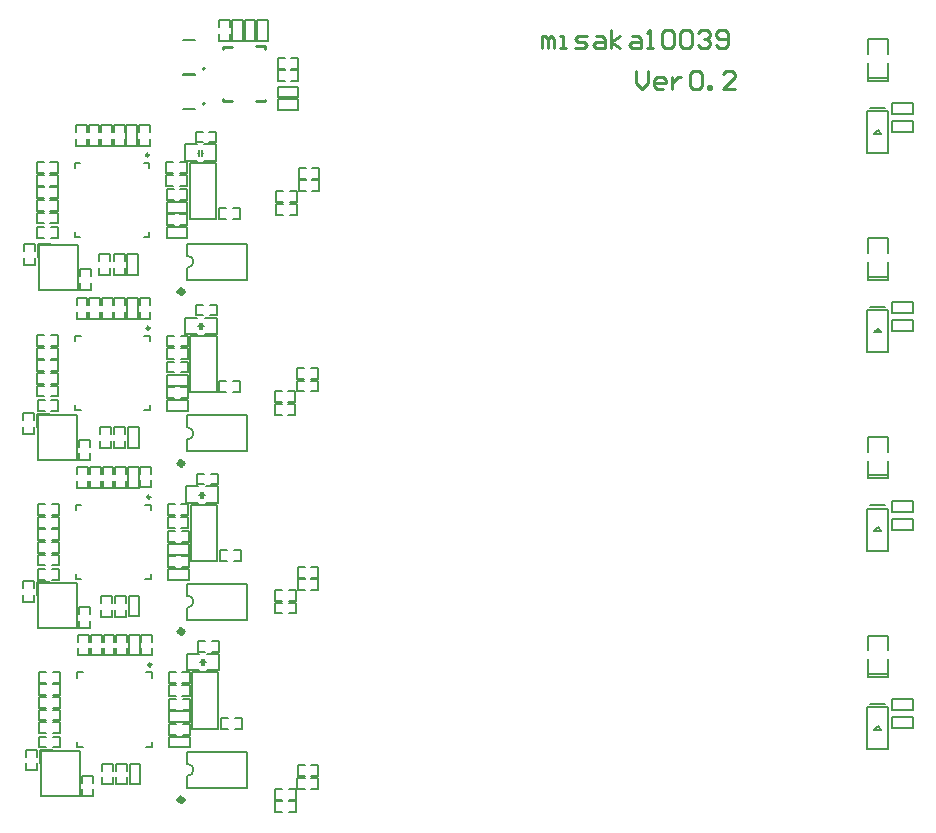
<source format=gto>
G04*
G04 #@! TF.GenerationSoftware,Altium Limited,Altium Designer,24.0.1 (36)*
G04*
G04 Layer_Color=65535*
%FSLAX44Y44*%
%MOMM*%
G71*
G04*
G04 #@! TF.SameCoordinates,6F16000C-B149-46FA-B592-FBC60BD1AF14*
G04*
G04*
G04 #@! TF.FilePolarity,Positive*
G04*
G01*
G75*
%ADD10C,0.2032*%
%ADD11C,0.5000*%
%ADD12C,0.2500*%
%ADD13C,0.2000*%
%ADD14C,0.2540*%
%ADD15C,0.1524*%
%ADD16C,0.1500*%
%ADD17C,0.1270*%
D10*
X162452Y466852D02*
G03*
X157372Y471932I-5080J0D01*
G01*
X157372Y461772D02*
G03*
X162452Y466852I0J5080D01*
G01*
X162452Y179070D02*
G03*
X157372Y184150I-5080J0D01*
G01*
X157372Y173990D02*
G03*
X162452Y179070I0J5080D01*
G01*
X162452Y321564D02*
G03*
X157372Y326644I-5080J0D01*
G01*
X157372Y316484D02*
G03*
X162452Y321564I0J5080D01*
G01*
X162452Y36684D02*
G03*
X157372Y41764I-5080J0D01*
G01*
X157372Y31604D02*
G03*
X162452Y36684I0J5080D01*
G01*
X157372Y471932D02*
Y482092D01*
Y451612D02*
Y461772D01*
Y184150D02*
Y194310D01*
Y163830D02*
Y173990D01*
Y326644D02*
Y336804D01*
Y306324D02*
Y316484D01*
Y41764D02*
Y51924D01*
Y21444D02*
Y31604D01*
X159766Y404114D02*
X182118D01*
X159766Y356362D02*
X182118D01*
Y404114D01*
X159766Y356362D02*
Y404114D01*
X159258Y502920D02*
Y550672D01*
X181610Y502920D02*
Y550672D01*
X159258Y502920D02*
X181610D01*
X159258Y550672D02*
X181610D01*
X160412Y213360D02*
Y261112D01*
X182764Y213360D02*
Y261112D01*
X160412Y213360D02*
X182764D01*
X160412Y261112D02*
X182764D01*
X735584Y92692D02*
X748284D01*
X732536Y54085D02*
X750824D01*
X732536D02*
Y89645D01*
X750824D01*
Y54085D02*
Y89645D01*
X735584Y260722D02*
X748284D01*
X732536Y222115D02*
X750824D01*
X732536D02*
Y257675D01*
X750824D01*
Y222115D02*
Y257675D01*
X735584Y428952D02*
X748284D01*
X732536Y390345D02*
X750824D01*
X732536D02*
Y425905D01*
X750824D01*
Y390345D02*
Y425905D01*
X735584Y597182D02*
X748284D01*
X732536Y558575D02*
X750824D01*
X732536D02*
Y594135D01*
X750824D01*
Y558575D02*
Y594135D01*
X733180Y137928D02*
Y150368D01*
Y115118D02*
Y130308D01*
X750180Y115118D02*
Y130308D01*
Y137928D02*
Y150368D01*
X733180D02*
X750180D01*
X733180Y115118D02*
X750180D01*
X733180Y117868D02*
X749930D01*
X733180Y306158D02*
Y318598D01*
Y283348D02*
Y298538D01*
X750180Y283348D02*
Y298538D01*
Y306158D02*
Y318598D01*
X733180D02*
X750180D01*
X733180Y283348D02*
X750180D01*
X733180Y286098D02*
X749930D01*
X733180Y474388D02*
Y486828D01*
Y451578D02*
Y466768D01*
X750180Y451578D02*
Y466768D01*
Y474388D02*
Y486828D01*
X733180D02*
X750180D01*
X733180Y451578D02*
X750180D01*
X733180Y454328D02*
X749930D01*
X733180Y642620D02*
Y655060D01*
Y619810D02*
Y635000D01*
X750180Y619810D02*
Y635000D01*
Y642620D02*
Y655060D01*
X733180D02*
X750180D01*
X733180Y619810D02*
X750180D01*
X733180Y622560D02*
X749930D01*
X161290Y119126D02*
X183642D01*
X161290Y71374D02*
X183642D01*
Y119126D01*
X161290Y71374D02*
Y119126D01*
D11*
X153437Y441452D02*
G03*
X153437Y441452I-1545J0D01*
G01*
Y153670D02*
G03*
X153437Y153670I-1545J0D01*
G01*
Y296164D02*
G03*
X153437Y296164I-1545J0D01*
G01*
Y11284D02*
G03*
X153437Y11284I-1545J0D01*
G01*
D12*
X125230Y410618D02*
G03*
X125230Y410618I-1250J0D01*
G01*
X124722Y557176D02*
G03*
X124722Y557176I-1250J0D01*
G01*
X126754Y125630D02*
G03*
X126754Y125630I-1250J0D01*
G01*
X125876Y267616D02*
G03*
X125876Y267616I-1250J0D01*
G01*
D13*
X172107Y600696D02*
G03*
X172107Y600696I-1000J0D01*
G01*
Y630428D02*
G03*
X172107Y630428I-1000J0D01*
G01*
X207372Y451612D02*
Y482092D01*
X157372D02*
X207372D01*
X157372Y451612D02*
X207372D01*
Y163830D02*
Y194310D01*
X157372D02*
X207372D01*
X157372Y163830D02*
X207372D01*
Y306324D02*
Y336804D01*
X157372D02*
X207372D01*
X157372Y306324D02*
X207372D01*
Y21444D02*
Y51924D01*
X157372D02*
X207372D01*
X157372Y21444D02*
X207372D01*
X62480Y341118D02*
X66980D01*
X62480D02*
Y345618D01*
Y399618D02*
Y404118D01*
X66980D01*
X125480Y341118D02*
Y345618D01*
X120980Y341118D02*
X125480D01*
X120980Y404118D02*
X125480D01*
Y399618D02*
Y404118D01*
X120472Y550676D02*
X124972D01*
Y546176D02*
Y550676D01*
Y487676D02*
Y492176D01*
X120472Y487676D02*
X124972D01*
X61972D02*
X66472D01*
X61972D02*
Y492176D01*
Y550676D02*
X66472D01*
X61972Y546176D02*
Y550676D01*
X122504Y119130D02*
X127004D01*
Y114630D02*
Y119130D01*
Y56130D02*
Y60630D01*
X122504Y56130D02*
X127004D01*
X64004D02*
X68504D01*
X64004D02*
Y60630D01*
Y119130D02*
X68504D01*
X64004Y114630D02*
Y119130D01*
X121626Y261116D02*
X126126D01*
Y256616D02*
Y261116D01*
Y198116D02*
Y202616D01*
X121626Y198116D02*
X126126D01*
X63126D02*
X67626D01*
X63126D02*
Y202616D01*
Y261116D02*
X67626D01*
X63126Y256616D02*
Y261116D01*
X32512Y53594D02*
X43688D01*
X32258Y42164D02*
Y53594D01*
X30226Y196088D02*
X41402D01*
X29972Y184658D02*
Y196088D01*
Y338328D02*
X41148D01*
X29718Y326898D02*
Y338328D01*
X30734Y482092D02*
X41910D01*
X30480Y470662D02*
Y482092D01*
D14*
X215138Y649732D02*
X222758D01*
Y647192D02*
Y649732D01*
X215138Y602742D02*
X222758D01*
Y604012D01*
X187198Y602742D02*
X194818D01*
X187198D02*
Y604289D01*
Y648462D02*
X194818D01*
X187198Y647192D02*
Y648462D01*
X536956Y628137D02*
Y617980D01*
X542034Y612902D01*
X547113Y617980D01*
Y628137D01*
X559809Y612902D02*
X554730D01*
X552191Y615441D01*
Y620519D01*
X554730Y623059D01*
X559809D01*
X562348Y620519D01*
Y617980D01*
X552191D01*
X567426Y623059D02*
Y612902D01*
Y617980D01*
X569965Y620519D01*
X572505Y623059D01*
X575044D01*
X582661Y625598D02*
X585200Y628137D01*
X590279D01*
X592818Y625598D01*
Y615441D01*
X590279Y612902D01*
X585200D01*
X582661Y615441D01*
Y625598D01*
X597896Y612902D02*
Y615441D01*
X600435D01*
Y612902D01*
X597896D01*
X620749D02*
X610592D01*
X620749Y623059D01*
Y625598D01*
X618210Y628137D01*
X613131D01*
X610592Y625598D01*
X457962Y647700D02*
Y657857D01*
X460501D01*
X463040Y655318D01*
Y647700D01*
Y655318D01*
X465579Y657857D01*
X468119Y655318D01*
Y647700D01*
X473197D02*
X478275D01*
X475736D01*
Y657857D01*
X473197D01*
X485893Y647700D02*
X493511D01*
X496050Y650239D01*
X493511Y652778D01*
X488432D01*
X485893Y655318D01*
X488432Y657857D01*
X496050D01*
X503667D02*
X508746D01*
X511285Y655318D01*
Y647700D01*
X503667D01*
X501128Y650239D01*
X503667Y652778D01*
X511285D01*
X516363Y647700D02*
Y662935D01*
Y652778D02*
X523981Y657857D01*
X516363Y652778D02*
X523981Y647700D01*
X534137Y657857D02*
X539216D01*
X541755Y655318D01*
Y647700D01*
X534137D01*
X531598Y650239D01*
X534137Y652778D01*
X541755D01*
X546833Y647700D02*
X551912D01*
X549372D01*
Y662935D01*
X546833Y660396D01*
X559529D02*
X562068Y662935D01*
X567147D01*
X569686Y660396D01*
Y650239D01*
X567147Y647700D01*
X562068D01*
X559529Y650239D01*
Y660396D01*
X574764D02*
X577303Y662935D01*
X582382D01*
X584921Y660396D01*
Y650239D01*
X582382Y647700D01*
X577303D01*
X574764Y650239D01*
Y660396D01*
X589999D02*
X592538Y662935D01*
X597617D01*
X600156Y660396D01*
Y657857D01*
X597617Y655318D01*
X595078D01*
X597617D01*
X600156Y652778D01*
Y650239D01*
X597617Y647700D01*
X592538D01*
X589999Y650239D01*
X605234D02*
X607774Y647700D01*
X612852D01*
X615391Y650239D01*
Y660396D01*
X612852Y662935D01*
X607774D01*
X605234Y660396D01*
Y657857D01*
X607774Y655318D01*
X615391D01*
D15*
X91948Y467360D02*
Y473316D01*
Y455816D02*
Y461772D01*
X82804Y473316D02*
X91948D01*
X82804Y467360D02*
Y473316D01*
Y455816D02*
X91948D01*
X82804Y455816D02*
Y461772D01*
X83958Y287202D02*
Y293158D01*
Y275659D02*
Y281614D01*
X74814Y293158D02*
X83958D01*
X74814Y287202D02*
Y293158D01*
Y275658D02*
X83958D01*
X74814Y275659D02*
Y281614D01*
X140211Y361950D02*
Y371094D01*
Y361950D02*
X157711D01*
X140211Y371094D02*
X157711D01*
Y361950D02*
Y371094D01*
X140857Y218948D02*
Y228092D01*
Y218948D02*
X158357D01*
X140857Y228092D02*
X158357D01*
Y218948D02*
Y228092D01*
X108458Y24302D02*
Y41802D01*
Y24302D02*
X117602D01*
X108458Y41802D02*
X117602D01*
Y24302D02*
Y41802D01*
X141735Y76962D02*
Y86106D01*
Y76962D02*
X159235D01*
X141735Y86106D02*
X159235D01*
Y76962D02*
Y86106D01*
X43434Y98298D02*
X49390D01*
X49390Y89154D02*
Y98298D01*
X43434Y89154D02*
X49390D01*
X31890Y98298D02*
X37846D01*
X31890Y89154D02*
X37846D01*
X31890D02*
Y98298D01*
X231534Y9906D02*
X237490D01*
X243078D02*
X249034D01*
X231534Y762D02*
Y9906D01*
X231534Y762D02*
X237490D01*
X249034D02*
Y9906D01*
X243078Y762D02*
X249034D01*
X231534Y20574D02*
X237490D01*
X243078D02*
X249034D01*
X231534Y11430D02*
Y20574D01*
X231534Y11430D02*
X237490D01*
X249034D02*
Y20574D01*
X243078Y11430D02*
X249034D01*
X231534Y179832D02*
X237490D01*
X231534D02*
Y188976D01*
X231534D02*
X237490D01*
X243078Y179832D02*
X249034D01*
X243078Y188976D02*
X249034D01*
Y179832D02*
Y188976D01*
X41402Y529844D02*
X47358D01*
X47358Y520700D02*
Y529844D01*
X41402Y520700D02*
X47358D01*
X29858Y529844D02*
X35814D01*
X29858Y520700D02*
X35814D01*
X29858D02*
Y529844D01*
X41402Y519176D02*
X47358D01*
X47358Y510032D02*
Y519176D01*
X41402Y510032D02*
X47358D01*
X29858Y519176D02*
X35814D01*
X29858Y510032D02*
X35814D01*
X29858D02*
Y519176D01*
X233598Y595122D02*
Y604266D01*
X251098Y595122D02*
Y604266D01*
X233598D02*
X251098D01*
X233598Y595122D02*
X251098D01*
X251320Y630428D02*
Y639572D01*
X233820Y630428D02*
Y639572D01*
Y630428D02*
X239776D01*
X245364Y639572D02*
X251320D01*
X233820D02*
X239776D01*
X245364Y630428D02*
X251320D01*
X251320Y619760D02*
Y628904D01*
X233820Y619760D02*
Y628904D01*
Y619760D02*
X239776D01*
X245364Y628904D02*
X251320D01*
X233820D02*
X239776D01*
X245364Y619760D02*
X251320D01*
X184404Y653682D02*
X193548D01*
X184404Y671182D02*
X193548D01*
X184404Y665226D02*
Y671182D01*
X193548Y653682D02*
Y659638D01*
Y665226D02*
Y671182D01*
X184404Y653682D02*
Y659638D01*
X195072Y671150D02*
X204216D01*
X195072Y653650D02*
X204216D01*
Y671150D01*
X195072Y653650D02*
Y671150D01*
X233598Y606044D02*
Y615188D01*
X251098Y606044D02*
Y615188D01*
X233598D02*
X251098D01*
X233598Y606044D02*
X251098D01*
X205740Y653646D02*
X214884D01*
X205740Y671146D02*
X214884D01*
X205740Y653646D02*
Y671146D01*
X214884Y653646D02*
Y671146D01*
X216662Y653646D02*
X225806D01*
X216662Y671146D02*
X225806D01*
X216662Y653646D02*
Y671146D01*
X225806Y653646D02*
Y671146D01*
X97028Y41770D02*
X106172D01*
X97028Y24270D02*
X106172D01*
Y30226D01*
X97028Y35814D02*
Y41770D01*
Y24270D02*
Y30226D01*
X106172Y35814D02*
Y41770D01*
X84350Y183756D02*
X93494D01*
X84350Y166256D02*
X93494D01*
Y172212D01*
X84350Y177800D02*
Y183756D01*
Y166256D02*
Y172212D01*
X93494Y177800D02*
Y183756D01*
X184036Y512064D02*
X189992D01*
X195580Y502920D02*
X201536D01*
X184036D02*
X189992D01*
X195580Y512064D02*
X201536D01*
Y502920D02*
Y512064D01*
X184036Y502920D02*
Y512064D01*
X185814Y80518D02*
X191770D01*
X197358Y71374D02*
X203314D01*
X185814D02*
X191770D01*
X197358Y80518D02*
X203314D01*
Y71374D02*
Y80518D01*
X185814Y71374D02*
Y80518D01*
X185052Y213360D02*
Y222504D01*
X202552Y213360D02*
Y222504D01*
X196596D02*
X202552D01*
X185052Y213360D02*
X191008D01*
X196596D02*
X202552D01*
X185052Y222504D02*
X191008D01*
X184218Y365506D02*
X190174D01*
X195762Y356362D02*
X201717D01*
X184218D02*
X190174D01*
X195762Y365506D02*
X201718D01*
Y356362D02*
Y365506D01*
X184218Y356362D02*
Y365506D01*
X250584Y31242D02*
Y40386D01*
X268084Y31242D02*
Y40386D01*
X262128D02*
X268084D01*
X250584Y31242D02*
X256540D01*
X262128D02*
X268084D01*
X250584Y40386D02*
X256540D01*
X65786Y156858D02*
X74930D01*
X65786Y174358D02*
X74930D01*
X65786Y168402D02*
Y174358D01*
X74930Y156858D02*
Y162814D01*
Y168402D02*
Y174358D01*
X65786Y156858D02*
Y162814D01*
X18542Y178702D02*
X27686D01*
X18542Y196202D02*
X27686D01*
X18542Y190246D02*
Y196202D01*
X27686Y178702D02*
Y184658D01*
Y190246D02*
Y196202D01*
X18542Y178702D02*
Y184658D01*
X83312Y327012D02*
X92456D01*
X83312Y309512D02*
X92456D01*
Y315468D01*
X83312Y321056D02*
Y327012D01*
Y309512D02*
Y315468D01*
X92456Y321056D02*
Y327012D01*
X96150Y183756D02*
X105294D01*
X96150Y166256D02*
X105294D01*
Y172212D01*
X96150Y177800D02*
Y183756D01*
Y166256D02*
Y172212D01*
X105294Y177800D02*
Y183756D01*
X107464Y166542D02*
X116608D01*
X107464Y184042D02*
X116608D01*
X107464Y166542D02*
Y184042D01*
X116608Y166542D02*
Y184042D01*
X181724Y567944D02*
Y577088D01*
X164224Y567944D02*
Y577088D01*
Y567944D02*
X170180D01*
X175768Y577088D02*
X181724D01*
X164224D02*
X170180D01*
X175768Y567944D02*
X181724D01*
X167386Y556768D02*
Y561848D01*
X169418Y556768D02*
Y561848D01*
Y559308D02*
X170688D01*
X166116D02*
X167386D01*
X171704Y552450D02*
X181864D01*
X154940Y566166D02*
X165100D01*
X171704D02*
X181864D01*
X154940Y552450D02*
X165100D01*
X181864D02*
Y566166D01*
X154940Y552450D02*
Y566166D01*
X139586Y541782D02*
Y550926D01*
X157086Y541782D02*
Y550926D01*
X151130D02*
X157086D01*
X139586Y541782D02*
X145542D01*
X151130D02*
X157086D01*
X139586Y550926D02*
X145542D01*
X139586Y531114D02*
Y540258D01*
X157086Y531114D02*
Y540258D01*
X151130D02*
X157086D01*
X139586Y531114D02*
X145542D01*
X151130D02*
X157086D01*
X139586Y540258D02*
X145542D01*
X157203Y487172D02*
Y496316D01*
X139703Y487172D02*
Y496316D01*
Y487172D02*
X157203D01*
X139703Y496316D02*
X157203D01*
X139768Y497840D02*
Y506984D01*
X157268Y497840D02*
Y506984D01*
X151312D02*
X157268D01*
X139768Y497840D02*
X145724D01*
X151312D02*
X157268D01*
X139768Y506984D02*
X145724D01*
X139768Y519176D02*
Y528320D01*
X157268Y519176D02*
Y528320D01*
X151312D02*
X157268D01*
X139768Y519176D02*
X145724D01*
X151312D02*
X157268D01*
X139768Y528320D02*
X145724D01*
X157203Y508508D02*
Y517652D01*
X139703Y508508D02*
Y517652D01*
Y508508D02*
X157203D01*
X139703Y517652D02*
X157203D01*
X94996Y565218D02*
X104140D01*
X94996Y582718D02*
X104140D01*
X94996Y576763D02*
Y582718D01*
X104140Y565219D02*
Y571175D01*
Y576763D02*
Y582718D01*
X94996Y565219D02*
Y571175D01*
X105664Y565218D02*
X114808D01*
X105664Y582718D02*
X114808D01*
X105664Y565218D02*
Y582718D01*
X114808Y565218D02*
Y582718D01*
X106426Y455848D02*
X115570D01*
X106426Y473348D02*
X115570D01*
X106426Y455848D02*
Y473348D01*
X115570Y455848D02*
Y473348D01*
X94996Y473316D02*
X104140D01*
X94996Y455816D02*
X104140D01*
Y461772D01*
X94996Y467360D02*
Y473316D01*
Y455816D02*
Y461772D01*
X104140Y467360D02*
Y473316D01*
X116332Y582718D02*
X125476D01*
X116332Y565218D02*
X125476D01*
Y571174D01*
X116332Y576762D02*
Y582718D01*
Y565219D02*
Y571174D01*
X125476Y576762D02*
Y582718D01*
X73660Y565218D02*
X82804D01*
X73660Y582718D02*
X82804D01*
X73660Y576763D02*
Y582718D01*
X82804Y565219D02*
Y571175D01*
Y576763D02*
Y582718D01*
X73660Y565219D02*
Y571175D01*
X84328Y565218D02*
X93472D01*
X84328Y582718D02*
X93472D01*
X84328Y576763D02*
Y582718D01*
X93472Y565219D02*
Y571175D01*
Y576763D02*
Y582718D01*
X84328Y565219D02*
Y571175D01*
X66548Y442862D02*
X75692D01*
X66548Y460362D02*
X75692D01*
X66548Y454406D02*
Y460362D01*
X75692Y442862D02*
Y448818D01*
Y454406D02*
Y460362D01*
X66548Y442862D02*
Y448818D01*
X19050Y464452D02*
X28194D01*
X19050Y481952D02*
X28194D01*
X19050Y475996D02*
Y481952D01*
X28194Y464452D02*
Y470408D01*
Y475996D02*
Y481952D01*
X19050Y464452D02*
Y470408D01*
X47612Y487172D02*
Y496316D01*
X30112Y487172D02*
Y496316D01*
Y487172D02*
X36068D01*
X41656Y496316D02*
X47612D01*
X30112D02*
X36068D01*
X41656Y487172D02*
X47612D01*
X47358Y531368D02*
Y540512D01*
X29858Y531368D02*
Y540512D01*
Y531368D02*
X35814D01*
X41402Y540512D02*
X47358D01*
X29858D02*
X35814D01*
X41402Y531368D02*
X47358D01*
X47358Y542036D02*
Y551180D01*
X29858Y542036D02*
Y551180D01*
Y542036D02*
X35814D01*
X41402Y551180D02*
X47358D01*
X29858D02*
X35814D01*
X41402Y542036D02*
X47358D01*
X47358Y499364D02*
Y508508D01*
X29858Y499364D02*
Y508508D01*
Y499364D02*
X35814D01*
X41402Y508508D02*
X47358D01*
X29858D02*
X35814D01*
X41402Y499364D02*
X47358D01*
X62992Y565218D02*
X72136D01*
X62992Y582718D02*
X72136D01*
X62992Y576763D02*
Y582718D01*
X72136Y565219D02*
Y571175D01*
Y576763D02*
Y582718D01*
X62992Y565219D02*
Y571175D01*
X65532Y298772D02*
X74676D01*
X65532Y316272D02*
X74676D01*
X65532Y310316D02*
Y316272D01*
X74676Y298772D02*
Y304728D01*
Y310316D02*
Y316271D01*
X65532Y298772D02*
Y304728D01*
X18288Y320942D02*
X27432D01*
X18288Y338442D02*
X27432D01*
X18288Y332486D02*
Y338442D01*
X27432Y320942D02*
Y326898D01*
Y332486D02*
Y338442D01*
X18288Y320942D02*
Y326898D01*
X167894Y410210D02*
Y415290D01*
X169926Y410210D02*
Y415290D01*
Y412750D02*
X171196D01*
X166624D02*
X167894D01*
X172212Y405892D02*
X182372D01*
X155448Y419608D02*
X165608D01*
X172212D02*
X182372D01*
X155448Y405892D02*
X165608D01*
X182372D02*
Y419608D01*
X155448Y405892D02*
Y419608D01*
X140094Y395224D02*
Y404368D01*
X157594Y395224D02*
Y404368D01*
X151638D02*
X157594D01*
X140094Y395224D02*
X146050D01*
X151638D02*
X157594D01*
X140094Y404368D02*
X146050D01*
X140094Y384556D02*
Y393700D01*
X157594Y384556D02*
Y393700D01*
X151638D02*
X157594D01*
X140094Y384556D02*
X146050D01*
X151638D02*
X157594D01*
X140094Y393700D02*
X146050D01*
X157711Y340614D02*
Y349758D01*
X140211Y340614D02*
Y349758D01*
Y340614D02*
X157711D01*
X140211Y349758D02*
X157711D01*
X140276Y351282D02*
Y360426D01*
X157776Y351282D02*
Y360426D01*
X151820D02*
X157776D01*
X140276Y351282D02*
X146232D01*
X151820D02*
X157775D01*
X140276Y360426D02*
X146232D01*
X182232Y421386D02*
Y430530D01*
X164732Y421386D02*
Y430530D01*
Y421386D02*
X170688D01*
X176276Y430530D02*
X182232D01*
X164732D02*
X170688D01*
X176276Y421386D02*
X182232D01*
X116840Y436232D02*
X125984D01*
X116840Y418732D02*
X125984D01*
Y424688D01*
X116840Y430276D02*
Y436232D01*
Y418732D02*
Y424688D01*
X125984Y430276D02*
Y436232D01*
X140094Y373126D02*
Y382270D01*
X157594Y373126D02*
Y382270D01*
X151638D02*
X157594D01*
X140094Y373126D02*
X146050D01*
X151638D02*
X157594D01*
X140094Y382270D02*
X146050D01*
X74168Y418660D02*
X83312D01*
X74168Y436160D02*
X83312D01*
X74168Y430205D02*
Y436160D01*
X83312Y418661D02*
Y424617D01*
Y430205D02*
Y436160D01*
X74168Y418661D02*
Y424617D01*
X95504Y418660D02*
X104648D01*
X95504Y436160D02*
X104648D01*
X95504Y430205D02*
Y436160D01*
X104648Y418661D02*
Y424617D01*
Y430205D02*
Y436160D01*
X95504Y418661D02*
Y424617D01*
X84836Y418660D02*
X93980D01*
X84836Y436160D02*
X93980D01*
X84836Y430204D02*
Y436160D01*
X93980Y418660D02*
Y424616D01*
Y430204D02*
Y436160D01*
X84836Y418660D02*
Y424616D01*
X106172Y418660D02*
X115316D01*
X106172Y436160D02*
X115316D01*
X106172Y418660D02*
Y436160D01*
X115316Y418660D02*
Y436160D01*
X106934Y309544D02*
X116078D01*
X106934Y327044D02*
X116078D01*
X106934Y309544D02*
Y327044D01*
X116078Y309544D02*
Y327044D01*
X95504Y326758D02*
X104648D01*
X95504Y309258D02*
X104648D01*
Y315214D01*
X95504Y320802D02*
Y326758D01*
Y309258D02*
Y315214D01*
X104648Y320802D02*
Y326758D01*
X47866Y374142D02*
Y383286D01*
X30366Y374142D02*
Y383286D01*
Y374142D02*
X36322D01*
X41910Y383286D02*
X47866D01*
X30366D02*
X36322D01*
X41910Y374142D02*
X47866D01*
X47866Y363474D02*
Y372618D01*
X30366Y363474D02*
Y372618D01*
Y363474D02*
X36322D01*
X41910Y372618D02*
X47866D01*
X30366D02*
X36322D01*
X41910Y363474D02*
X47866D01*
X47866Y352806D02*
Y361950D01*
X30366Y352806D02*
Y361950D01*
Y352806D02*
X36322D01*
X41910Y361950D02*
X47866D01*
X30366D02*
X36322D01*
X41910Y352806D02*
X47866D01*
X47938Y340614D02*
Y349758D01*
X30438Y340614D02*
Y349758D01*
Y340614D02*
X36394D01*
X41982Y349758D02*
X47938D01*
X30438D02*
X36394D01*
X41982Y340614D02*
X47938D01*
X63500Y418660D02*
X72644D01*
X63500Y436160D02*
X72644D01*
X63500Y430205D02*
Y436160D01*
X72644Y418661D02*
Y424617D01*
Y430205D02*
Y436160D01*
X63500Y418661D02*
Y424617D01*
X47866Y384810D02*
Y393954D01*
X30366Y384810D02*
Y393954D01*
Y384810D02*
X36322D01*
X41910Y393954D02*
X47866D01*
X30366D02*
X36322D01*
X41910Y384810D02*
X47866D01*
X47866Y395478D02*
Y404622D01*
X30366Y395478D02*
Y404622D01*
Y395478D02*
X36322D01*
X41910Y404622D02*
X47866D01*
X30366D02*
X36322D01*
X41910Y395478D02*
X47866D01*
X158357Y197612D02*
Y206756D01*
X140857Y197612D02*
Y206756D01*
Y197612D02*
X158357D01*
X140857Y206756D02*
X158357D01*
X140922Y229616D02*
Y238760D01*
X158422Y229616D02*
Y238760D01*
X152466D02*
X158422D01*
X140922Y229616D02*
X146878D01*
X152466D02*
X158421D01*
X140922Y238760D02*
X146878D01*
X182878Y278384D02*
Y287528D01*
X165378Y278384D02*
Y287528D01*
Y278384D02*
X171334D01*
X176922Y287528D02*
X182878D01*
X165378D02*
X171334D01*
X176922Y278384D02*
X182878D01*
X140740Y241554D02*
Y250698D01*
X158240Y241554D02*
Y250698D01*
X152284D02*
X158240D01*
X140740Y241554D02*
X146696D01*
X152284D02*
X158240D01*
X140740Y250698D02*
X146696D01*
X140922Y208280D02*
Y217424D01*
X158422Y208280D02*
Y217424D01*
X152466D02*
X158422D01*
X140922Y208280D02*
X146878D01*
X152466D02*
X158421D01*
X140922Y217424D02*
X146878D01*
X117486Y293230D02*
X126630D01*
X117486Y275730D02*
X126630D01*
Y281686D01*
X117486Y287274D02*
Y293230D01*
Y275730D02*
Y281686D01*
X126630Y287274D02*
Y293230D01*
X140740Y261366D02*
X146696D01*
X152284Y252222D02*
X158240D01*
X140740D02*
X146696D01*
X152284Y261366D02*
X158240D01*
Y252222D02*
Y261366D01*
X140740Y252222D02*
Y261366D01*
X168540Y267208D02*
Y272288D01*
X170572Y267208D02*
Y272288D01*
Y269748D02*
X171842D01*
X167270D02*
X168540D01*
X172858Y262890D02*
X183018D01*
X156094Y276606D02*
X166254D01*
X172858D02*
X183018D01*
X156094Y262890D02*
X166254D01*
X183018D02*
Y276606D01*
X156094Y262890D02*
Y276606D01*
X106818Y275658D02*
X115962D01*
X106818Y293158D02*
X115962D01*
X106818Y275658D02*
Y293158D01*
X115962Y275658D02*
Y293158D01*
X85482Y275658D02*
X94626D01*
X85482Y293158D02*
X94626D01*
X85482Y287202D02*
Y293158D01*
X94626Y275658D02*
Y281614D01*
Y287202D02*
Y293158D01*
X85482Y275658D02*
Y281614D01*
X48512Y252476D02*
Y261620D01*
X31012Y252476D02*
Y261620D01*
Y252476D02*
X36968D01*
X42556Y261620D02*
X48512D01*
X31012D02*
X36968D01*
X42556Y252476D02*
X48512D01*
X48512Y241808D02*
Y250952D01*
X31012Y241808D02*
Y250952D01*
Y241808D02*
X36968D01*
X42556Y250952D02*
X48512D01*
X31012D02*
X36968D01*
X42556Y241808D02*
X48512D01*
X64146Y275658D02*
X73290D01*
X64146Y293158D02*
X73290D01*
X64146Y287202D02*
Y293158D01*
X73290Y275659D02*
Y281614D01*
Y287202D02*
Y293158D01*
X64146Y275659D02*
Y281614D01*
X96150Y275658D02*
X105294D01*
X96150Y293158D02*
X105294D01*
X96150Y287202D02*
Y293158D01*
X105294Y275659D02*
Y281614D01*
Y287202D02*
Y293158D01*
X96150Y275659D02*
Y281614D01*
X48512Y220472D02*
Y229616D01*
X31012Y220472D02*
Y229616D01*
Y220472D02*
X36968D01*
X42556Y229616D02*
X48512D01*
X31012D02*
X36968D01*
X42556Y220472D02*
X48512D01*
X48512Y231140D02*
Y240284D01*
X31012Y231140D02*
Y240284D01*
Y231140D02*
X36968D01*
X42556Y240284D02*
X48512D01*
X31012D02*
X36968D01*
X42556Y231140D02*
X48512D01*
X48584Y197612D02*
Y206756D01*
X31084Y197612D02*
Y206756D01*
Y197612D02*
X37040D01*
X42628Y206756D02*
X48584D01*
X31084D02*
X37040D01*
X42628Y197612D02*
X48584D01*
X48512Y209804D02*
Y218948D01*
X31012Y209804D02*
Y218948D01*
Y209804D02*
X36968D01*
X42556Y218948D02*
X48512D01*
X31012D02*
X36968D01*
X42556Y209804D02*
X48512D01*
X738505Y70721D02*
X741680Y73896D01*
X744855Y70721D01*
X738505D02*
X744855D01*
X738505Y238751D02*
X741680Y241926D01*
X744855Y238751D01*
X738505D02*
X744855D01*
X738505Y406981D02*
X741680Y410156D01*
X744855Y406981D01*
X738505D02*
X744855D01*
X738505Y575211D02*
X741680Y578386D01*
X744855Y575211D01*
X738505D02*
X744855D01*
X754171Y72039D02*
X771671D01*
X754171Y81183D02*
X771671D01*
Y72039D02*
Y81183D01*
X754171Y72039D02*
Y81183D01*
Y87123D02*
X771671D01*
X754171Y96267D02*
X771671D01*
Y87123D02*
Y96267D01*
X754171Y87123D02*
Y96267D01*
Y240060D02*
X771671D01*
X754171Y249204D02*
X771671D01*
Y240060D02*
Y249204D01*
X754171Y240060D02*
Y249204D01*
Y255271D02*
X771671D01*
X754171Y264415D02*
X771671D01*
Y255271D02*
Y264415D01*
X754171Y255271D02*
Y264415D01*
Y408335D02*
X771671D01*
X754171Y417479D02*
X771671D01*
Y408335D02*
Y417479D01*
X754171Y408335D02*
Y417479D01*
Y423546D02*
X771671D01*
X754171Y432690D02*
X771671D01*
Y423546D02*
Y432690D01*
X754171Y423546D02*
Y432690D01*
Y576534D02*
X771671D01*
X754171Y585678D02*
X771671D01*
Y576534D02*
Y585678D01*
X754171Y576534D02*
Y585678D01*
Y591770D02*
X771671D01*
X754171Y600914D02*
X771671D01*
Y591770D02*
Y600914D01*
X754171Y591770D02*
Y600914D01*
X116840Y133672D02*
Y151172D01*
X107696Y133672D02*
Y151172D01*
X116840D01*
X107696Y133672D02*
X116840D01*
X141735Y64770D02*
X159235D01*
X141735Y55626D02*
X159235D01*
X141735D02*
Y64770D01*
X159235Y55626D02*
Y64770D01*
X156972Y120904D02*
Y134620D01*
X183896Y120904D02*
Y134620D01*
X156972Y120904D02*
X167132D01*
X173736Y134620D02*
X183896D01*
X156972D02*
X167132D01*
X173736Y120904D02*
X183896D01*
X168148Y127762D02*
X169418D01*
X171450D02*
X172720D01*
X171450Y125222D02*
Y130302D01*
X169418Y125222D02*
Y130302D01*
X68326Y14364D02*
Y20320D01*
X77470Y25908D02*
Y31864D01*
Y14364D02*
Y20320D01*
X68326Y25908D02*
Y31864D01*
X77470D01*
X68326Y14364D02*
X77470D01*
X21082Y36280D02*
Y42236D01*
X30226Y47824D02*
Y53779D01*
Y36280D02*
Y42236D01*
X21082Y47824D02*
Y53780D01*
X30226D01*
X21082Y36280D02*
X30226D01*
X43434Y78486D02*
X49390D01*
X31890Y87630D02*
X37846D01*
X43434D02*
X49390D01*
X31890Y78486D02*
X37846D01*
X31890D02*
Y87630D01*
X49390Y78486D02*
Y87630D01*
X86360Y133672D02*
Y139628D01*
X95504Y145216D02*
Y151172D01*
Y133672D02*
Y139628D01*
X86360Y145216D02*
Y151172D01*
X95504D01*
X86360Y133672D02*
X95504D01*
X43434Y110490D02*
X49390D01*
X31890Y119634D02*
X37846D01*
X43434D02*
X49390D01*
X31890Y110490D02*
X37846D01*
X31890D02*
Y119634D01*
X49390Y110490D02*
Y119634D01*
X141618Y119380D02*
X147574D01*
X153162Y110236D02*
X159118D01*
X141618D02*
X147574D01*
X153162Y119380D02*
X159118D01*
Y110236D02*
Y119380D01*
X141618Y110236D02*
Y119380D01*
X141618Y108712D02*
X147574D01*
X153162Y99568D02*
X159118D01*
X141618D02*
X147574D01*
X153162Y108712D02*
X159118D01*
Y99568D02*
Y108712D01*
X141618Y99568D02*
Y108712D01*
X65024Y133673D02*
Y139628D01*
X74168Y145217D02*
Y151172D01*
Y133673D02*
Y139628D01*
X65024Y145217D02*
Y151172D01*
X74168D01*
X65024Y133672D02*
X74168D01*
X43506Y55626D02*
X49462D01*
X31962Y64770D02*
X37918D01*
X43506D02*
X49462D01*
X31962Y55626D02*
X37918D01*
X31962D02*
Y64770D01*
X49462Y55626D02*
Y64770D01*
X43434Y99822D02*
X49390D01*
X31890Y108966D02*
X37846D01*
X43434D02*
X49390D01*
X31890Y99822D02*
X37846D01*
X31890D02*
Y108966D01*
X49390Y99822D02*
Y108966D01*
X94488Y35814D02*
Y41770D01*
X85344Y24270D02*
Y30226D01*
Y35814D02*
Y41770D01*
X94488Y24270D02*
Y30226D01*
X85344Y24270D02*
X94488D01*
X85344Y41770D02*
X94488D01*
X75692Y133673D02*
Y139628D01*
X84836Y145217D02*
Y151172D01*
Y133673D02*
Y139628D01*
X75692Y145217D02*
Y151172D01*
X84836D01*
X75692Y133672D02*
X84836D01*
X97028Y133673D02*
Y139628D01*
X106172Y145217D02*
Y151172D01*
Y133673D02*
Y139628D01*
X97028Y145217D02*
Y151172D01*
X106172D01*
X97028Y133672D02*
X106172D01*
X43434Y67818D02*
X49390D01*
X31890Y76962D02*
X37846D01*
X43434D02*
X49390D01*
X31890Y67818D02*
X37846D01*
X31890D02*
Y76962D01*
X49390Y67818D02*
Y76962D01*
X141800Y96774D02*
X147756D01*
X153344Y87630D02*
X159299D01*
X141800D02*
X147756D01*
X153344Y96774D02*
X159300D01*
Y87630D02*
Y96774D01*
X141800Y87630D02*
Y96774D01*
X127508Y145288D02*
Y151244D01*
X118364Y133744D02*
Y139700D01*
Y145288D02*
Y151244D01*
X127508Y133744D02*
Y139700D01*
X118364Y133744D02*
X127508D01*
X118364Y151244D02*
X127508D01*
X177800Y136398D02*
X183756D01*
X166256Y145542D02*
X172212D01*
X177800D02*
X183756D01*
X166256Y136398D02*
X172212D01*
X166256D02*
Y145542D01*
X183756Y136398D02*
Y145542D01*
X141800Y75438D02*
X147756D01*
X153344Y66294D02*
X159299D01*
X141800D02*
X147756D01*
X153344Y75438D02*
X159300D01*
Y66294D02*
Y75438D01*
X141800Y66294D02*
Y75438D01*
X232622Y515874D02*
X238578D01*
X244166Y506730D02*
X250121D01*
X232622D02*
X238578D01*
X244166Y515874D02*
X250122D01*
Y506730D02*
Y515874D01*
X232622Y506730D02*
Y515874D01*
X231280Y346456D02*
X237236D01*
X242824Y337312D02*
X248780D01*
X231280D02*
X237236D01*
X242824Y346456D02*
X248780D01*
Y337312D02*
Y346456D01*
X231280Y337312D02*
Y346456D01*
X232622Y526542D02*
X238578D01*
X244166Y517398D02*
X250121D01*
X232622D02*
X238578D01*
X244166Y526542D02*
X250122D01*
Y517398D02*
Y526542D01*
X232622Y517398D02*
Y526542D01*
X231280Y357124D02*
X237236D01*
X242824Y347980D02*
X248780D01*
X231280D02*
X237236D01*
X242824Y357124D02*
X248780D01*
Y347980D02*
Y357124D01*
X231280Y347980D02*
Y357124D01*
X251528Y535686D02*
X257484D01*
X263072Y526542D02*
X269028D01*
X251528D02*
X257484D01*
X263072Y535686D02*
X269028D01*
Y526542D02*
Y535686D01*
X251528Y526542D02*
Y535686D01*
X250258Y366268D02*
X256214D01*
X261802Y357124D02*
X267757D01*
X250258D02*
X256214D01*
X261802Y366268D02*
X267758D01*
Y357124D02*
Y366268D01*
X250258Y357124D02*
Y366268D01*
X251528Y546354D02*
X257484D01*
X263072Y537210D02*
X269028D01*
X251528D02*
X257484D01*
X263072Y546354D02*
X269028D01*
Y537210D02*
Y546354D01*
X251528Y537210D02*
Y546354D01*
X250258Y376936D02*
X256214D01*
X261802Y367792D02*
X267757D01*
X250258D02*
X256214D01*
X261802Y376936D02*
X267758D01*
Y367792D02*
Y376936D01*
X250258Y367792D02*
Y376936D01*
X231534Y178308D02*
X237490D01*
X243078Y169164D02*
X249034D01*
X231534D02*
X237490D01*
X243078Y178308D02*
X249034D01*
Y169164D02*
Y178308D01*
X231534Y169164D02*
Y178308D01*
X250584Y197866D02*
X256540D01*
X262128Y188722D02*
X268084D01*
X250584D02*
X256540D01*
X262128Y197866D02*
X268084D01*
Y188722D02*
Y197866D01*
X250584Y188722D02*
Y197866D01*
X250512Y29718D02*
X256468D01*
X262056Y20574D02*
X268011D01*
X250512D02*
X256468D01*
X262056Y29718D02*
X268012D01*
Y20574D02*
Y29718D01*
X250512Y20574D02*
Y29718D01*
X250584Y208534D02*
X256540D01*
X262128Y199390D02*
X268084D01*
X250584D02*
X256540D01*
X262128Y208534D02*
X268084D01*
Y199390D02*
Y208534D01*
X250584Y199390D02*
Y208534D01*
D16*
X66294Y14224D02*
Y52324D01*
X33274Y14224D02*
X66294D01*
X33274D02*
Y52324D01*
X66294D01*
X64008Y156718D02*
Y194818D01*
X30988Y156718D02*
X64008D01*
X30988D02*
Y194818D01*
X64008D01*
X63754Y298958D02*
Y337058D01*
X30734Y298958D02*
X63754D01*
X30734D02*
Y337058D01*
X63754D01*
X64516Y442722D02*
Y480822D01*
X31496Y442722D02*
X64516D01*
X31496D02*
Y480822D01*
X64516D01*
D17*
X153607Y596496D02*
X163607D01*
X153607Y624896D02*
X163607D01*
X153607Y626228D02*
X163607D01*
X153607Y654628D02*
X163607D01*
M02*

</source>
